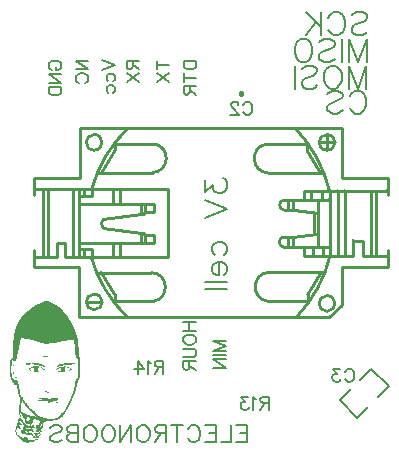
<source format=gbo>
G04 ---------------------------- Layer name :BOTTOM SILK LAYER*
G04 EasyEDA v5.6.15, Sun, 19 Aug 2018 09:15:10 GMT*
G04 20d6072df84a40519853f38576b9eb16*
G04 Gerber Generator version 0.2*
G04 Scale: 100 percent, Rotated: No, Reflected: No *
G04 Dimensions in millimeters *
G04 leading zeros omitted , absolute positions ,3 integer and 3 decimal *
%FSLAX33Y33*%
%MOMM*%
G90*
G71D02*

%ADD10C,0.254000*%
%ADD26C,0.406399*%
%ADD28C,0.203200*%
%ADD30C,0.177800*%
%ADD31C,0.199898*%

%LPD*%

%LPD*%
G36*
G01X4019Y5018D02*
G01X3953Y5018D01*
G01X3890Y5020D01*
G01X3831Y5026D01*
G01X3779Y5035D01*
G01X3732Y5048D01*
G01X3694Y5064D01*
G01X3650Y5089D01*
G01X3605Y5119D01*
G01X3559Y5153D01*
G01X3513Y5190D01*
G01X3466Y5232D01*
G01X3419Y5276D01*
G01X3373Y5322D01*
G01X3327Y5371D01*
G01X3283Y5421D01*
G01X3240Y5473D01*
G01X3198Y5525D01*
G01X3158Y5576D01*
G01X3121Y5628D01*
G01X3087Y5679D01*
G01X3056Y5729D01*
G01X3028Y5777D01*
G01X3004Y5823D01*
G01X2985Y5866D01*
G01X2969Y5906D01*
G01X2959Y5943D01*
G01X2953Y5976D01*
G01X2953Y6004D01*
G01X2959Y6027D01*
G01X2971Y6045D01*
G01X2996Y6080D01*
G01X3010Y6121D01*
G01X3014Y6165D01*
G01X3006Y6206D01*
G01X2999Y6248D01*
G01X3005Y6297D01*
G01X3022Y6346D01*
G01X3050Y6390D01*
G01X3077Y6431D01*
G01X3094Y6475D01*
G01X3098Y6515D01*
G01X3089Y6547D01*
G01X3078Y6575D01*
G01X3081Y6604D01*
G01X3093Y6630D01*
G01X3116Y6651D01*
G01X3141Y6680D01*
G01X3163Y6727D01*
G01X3177Y6786D01*
G01X3182Y6851D01*
G01X3187Y6912D01*
G01X3200Y6963D01*
G01X3219Y6997D01*
G01X3243Y7009D01*
G01X3273Y7021D01*
G01X3297Y7054D01*
G01X3315Y7104D01*
G01X3326Y7168D01*
G01X3329Y7242D01*
G01X3325Y7321D01*
G01X3313Y7403D01*
G01X3291Y7484D01*
G01X3283Y7515D01*
G01X3276Y7553D01*
G01X3272Y7595D01*
G01X3269Y7643D01*
G01X3268Y7695D01*
G01X3268Y7752D01*
G01X3272Y7814D01*
G01X3276Y7880D01*
G01X3283Y7949D01*
G01X3291Y8023D01*
G01X3301Y8100D01*
G01X3313Y8181D01*
G01X3328Y8284D01*
G01X3341Y8375D01*
G01X3351Y8456D01*
G01X3357Y8527D01*
G01X3361Y8590D01*
G01X3361Y8648D01*
G01X3358Y8700D01*
G01X3352Y8749D01*
G01X3343Y8797D01*
G01X3330Y8843D01*
G01X3314Y8892D01*
G01X3294Y8942D01*
G01X3281Y8979D01*
G01X3266Y9021D01*
G01X3252Y9068D01*
G01X3238Y9118D01*
G01X3224Y9171D01*
G01X3211Y9227D01*
G01X3197Y9284D01*
G01X3185Y9342D01*
G01X3174Y9400D01*
G01X3164Y9457D01*
G01X3155Y9512D01*
G01X3148Y9565D01*
G01X3135Y9658D01*
G01X3122Y9735D01*
G01X3107Y9797D01*
G01X3092Y9846D01*
G01X3076Y9881D01*
G01X3058Y9903D01*
G01X3038Y9912D01*
G01X3017Y9910D01*
G01X2986Y9903D01*
G01X2954Y9906D01*
G01X2922Y9918D01*
G01X2888Y9940D01*
G01X2854Y9972D01*
G01X2819Y10014D01*
G01X2784Y10065D01*
G01X2748Y10125D01*
G01X2711Y10196D01*
G01X2674Y10276D01*
G01X2636Y10365D01*
G01X2597Y10464D01*
G01X2577Y10519D01*
G01X2559Y10571D01*
G01X2544Y10623D01*
G01X2529Y10673D01*
G01X2517Y10723D01*
G01X2506Y10774D01*
G01X2497Y10826D01*
G01X2490Y10879D01*
G01X2484Y10935D01*
G01X2480Y10994D01*
G01X2477Y11056D01*
G01X2474Y11122D01*
G01X2474Y11192D01*
G01X2474Y11268D01*
G01X2475Y11351D01*
G01X2478Y11439D01*
G01X2482Y11564D01*
G01X2487Y11670D01*
G01X2492Y11761D01*
G01X2498Y11838D01*
G01X2506Y11901D01*
G01X2516Y11953D01*
G01X2527Y11994D01*
G01X2541Y12027D01*
G01X2558Y12053D01*
G01X2578Y12074D01*
G01X2600Y12090D01*
G01X2627Y12103D01*
G01X2649Y12114D01*
G01X2668Y12125D01*
G01X2684Y12139D01*
G01X2699Y12157D01*
G01X2711Y12179D01*
G01X2722Y12206D01*
G01X2732Y12239D01*
G01X2739Y12279D01*
G01X2746Y12329D01*
G01X2751Y12387D01*
G01X2756Y12455D01*
G01X2759Y12534D01*
G01X2763Y12625D01*
G01X2765Y12729D01*
G01X2767Y12847D01*
G01X2769Y12980D01*
G01X2771Y13056D01*
G01X2772Y13131D01*
G01X2775Y13204D01*
G01X2778Y13277D01*
G01X2781Y13349D01*
G01X2785Y13419D01*
G01X2789Y13489D01*
G01X2795Y13558D01*
G01X2800Y13626D01*
G01X2806Y13693D01*
G01X2812Y13759D01*
G01X2819Y13824D01*
G01X2827Y13888D01*
G01X2835Y13951D01*
G01X2844Y14013D01*
G01X2853Y14075D01*
G01X2863Y14135D01*
G01X2873Y14195D01*
G01X2884Y14254D01*
G01X2896Y14312D01*
G01X2908Y14369D01*
G01X2920Y14425D01*
G01X2933Y14481D01*
G01X2947Y14535D01*
G01X2961Y14589D01*
G01X2976Y14642D01*
G01X2991Y14694D01*
G01X3007Y14745D01*
G01X3023Y14796D01*
G01X3040Y14845D01*
G01X3058Y14894D01*
G01X3075Y14942D01*
G01X3094Y14990D01*
G01X3133Y15083D01*
G01X3153Y15127D01*
G01X3173Y15168D01*
G01X3195Y15210D01*
G01X3218Y15252D01*
G01X3244Y15295D01*
G01X3271Y15338D01*
G01X3299Y15382D01*
G01X3329Y15426D01*
G01X3361Y15470D01*
G01X3395Y15515D01*
G01X3430Y15560D01*
G01X3467Y15605D01*
G01X3505Y15650D01*
G01X3544Y15696D01*
G01X3584Y15741D01*
G01X3626Y15786D01*
G01X3668Y15831D01*
G01X3712Y15876D01*
G01X3757Y15921D01*
G01X3802Y15965D01*
G01X3849Y16010D01*
G01X3897Y16053D01*
G01X3945Y16097D01*
G01X3994Y16140D01*
G01X4044Y16182D01*
G01X4094Y16224D01*
G01X4145Y16265D01*
G01X4247Y16345D01*
G01X4300Y16384D01*
G01X4352Y16422D01*
G01X4405Y16459D01*
G01X4458Y16495D01*
G01X4511Y16530D01*
G01X4564Y16565D01*
G01X4617Y16597D01*
G01X4670Y16629D01*
G01X4723Y16660D01*
G01X4776Y16689D01*
G01X4829Y16717D01*
G01X4881Y16743D01*
G01X4958Y16780D01*
G01X5035Y16816D01*
G01X5110Y16850D01*
G01X5184Y16881D01*
G01X5255Y16911D01*
G01X5322Y16937D01*
G01X5384Y16960D01*
G01X5442Y16980D01*
G01X5493Y16996D01*
G01X5537Y17007D01*
G01X5572Y17015D01*
G01X5599Y17017D01*
G01X5638Y17014D01*
G01X5687Y17005D01*
G01X5744Y16990D01*
G01X5808Y16971D01*
G01X5877Y16947D01*
G01X5947Y16921D01*
G01X6017Y16892D01*
G01X6086Y16860D01*
G01X6134Y16837D01*
G01X6181Y16812D01*
G01X6228Y16787D01*
G01X6274Y16761D01*
G01X6320Y16735D01*
G01X6365Y16707D01*
G01X6410Y16679D01*
G01X6456Y16649D01*
G01X6500Y16619D01*
G01X6544Y16588D01*
G01X6588Y16556D01*
G01X6631Y16523D01*
G01X6674Y16490D01*
G01X6716Y16455D01*
G01X6758Y16420D01*
G01X6800Y16384D01*
G01X6841Y16346D01*
G01X6882Y16309D01*
G01X6922Y16270D01*
G01X6962Y16231D01*
G01X7002Y16190D01*
G01X7041Y16149D01*
G01X7080Y16107D01*
G01X7118Y16064D01*
G01X7156Y16020D01*
G01X7194Y15976D01*
G01X7231Y15930D01*
G01X7267Y15884D01*
G01X7304Y15837D01*
G01X7340Y15789D01*
G01X7375Y15740D01*
G01X7411Y15691D01*
G01X7445Y15640D01*
G01X7479Y15589D01*
G01X7513Y15537D01*
G01X7547Y15484D01*
G01X7580Y15431D01*
G01X7612Y15376D01*
G01X7644Y15321D01*
G01X7676Y15264D01*
G01X7707Y15207D01*
G01X7738Y15150D01*
G01X7769Y15091D01*
G01X7799Y15032D01*
G01X7828Y14972D01*
G01X7858Y14911D01*
G01X7886Y14849D01*
G01X7915Y14786D01*
G01X7943Y14723D01*
G01X7970Y14658D01*
G01X7997Y14593D01*
G01X8024Y14527D01*
G01X8050Y14461D01*
G01X8076Y14393D01*
G01X8101Y14325D01*
G01X8126Y14256D01*
G01X8144Y14204D01*
G01X8161Y14153D01*
G01X8176Y14103D01*
G01X8190Y14053D01*
G01X8204Y14002D01*
G01X8217Y13951D01*
G01X8229Y13899D01*
G01X8240Y13847D01*
G01X8250Y13793D01*
G01X8260Y13738D01*
G01X8268Y13681D01*
G01X8276Y13622D01*
G01X8283Y13562D01*
G01X8290Y13498D01*
G01X8296Y13432D01*
G01X8302Y13363D01*
G01X8307Y13291D01*
G01X8312Y13216D01*
G01X8316Y13136D01*
G01X8320Y13054D01*
G01X8325Y12952D01*
G01X8331Y12853D01*
G01X8337Y12758D01*
G01X8344Y12667D01*
G01X8352Y12583D01*
G01X8359Y12505D01*
G01X8367Y12435D01*
G01X8376Y12374D01*
G01X8384Y12323D01*
G01X8392Y12282D01*
G01X8400Y12253D01*
G01X8416Y12221D01*
G01X8423Y12192D01*
G01X8430Y12151D01*
G01X8437Y12099D01*
G01X8444Y12037D01*
G01X8450Y11966D01*
G01X8455Y11888D01*
G01X8460Y11803D01*
G01X8464Y11711D01*
G01X8468Y11615D01*
G01X8470Y11515D01*
G01X8472Y11413D01*
G01X8473Y11297D01*
G01X8474Y11193D01*
G01X8473Y11098D01*
G01X8472Y11013D01*
G01X8470Y10936D01*
G01X8466Y10867D01*
G01X8462Y10805D01*
G01X8456Y10748D01*
G01X8449Y10697D01*
G01X8439Y10650D01*
G01X8429Y10606D01*
G01X8417Y10565D01*
G01X8402Y10525D01*
G01X8387Y10487D01*
G01X8368Y10449D01*
G01X8348Y10409D01*
G01X8329Y10371D01*
G01X8309Y10326D01*
G01X8289Y10275D01*
G01X8268Y10218D01*
G01X8247Y10156D01*
G01X8226Y10091D01*
G01X8206Y10023D01*
G01X8186Y9953D01*
G01X8167Y9883D01*
G01X8150Y9812D01*
G01X8134Y9742D01*
G01X8120Y9674D01*
G01X8111Y9633D01*
G01X8102Y9591D01*
G01X8091Y9547D01*
G01X8079Y9503D01*
G01X8067Y9457D01*
G01X8053Y9410D01*
G01X8038Y9362D01*
G01X8022Y9313D01*
G01X8005Y9262D01*
G01X7987Y9211D01*
G01X7968Y9158D01*
G01X7948Y9104D01*
G01X7927Y9050D01*
G01X7905Y8994D01*
G01X7882Y8936D01*
G01X7857Y8878D01*
G01X7832Y8818D01*
G01X7805Y8758D01*
G01X7778Y8696D01*
G01X7750Y8633D01*
G01X7720Y8570D01*
G01X7690Y8505D01*
G01X7658Y8438D01*
G01X7625Y8371D01*
G01X7579Y8278D01*
G01X7534Y8188D01*
G01X7491Y8103D01*
G01X7449Y8021D01*
G01X7407Y7942D01*
G01X7367Y7867D01*
G01X7328Y7796D01*
G01X7289Y7728D01*
G01X7251Y7663D01*
G01X7214Y7602D01*
G01X7178Y7543D01*
G01X7141Y7488D01*
G01X7105Y7436D01*
G01X7070Y7387D01*
G01X7035Y7341D01*
G01X7000Y7297D01*
G01X6964Y7256D01*
G01X6929Y7218D01*
G01X6894Y7182D01*
G01X6858Y7149D01*
G01X6822Y7118D01*
G01X6786Y7089D01*
G01X6749Y7063D01*
G01X6711Y7038D01*
G01X6673Y7016D01*
G01X6634Y6996D01*
G01X6595Y6978D01*
G01X6554Y6961D01*
G01X6513Y6946D01*
G01X6469Y6934D01*
G01X6426Y6923D01*
G01X6380Y6912D01*
G01X6334Y6904D01*
G01X6286Y6897D01*
G01X6236Y6892D01*
G01X6185Y6887D01*
G01X6132Y6883D01*
G01X6077Y6881D01*
G01X6021Y6880D01*
G01X5962Y6879D01*
G01X5874Y6878D01*
G01X5792Y6874D01*
G01X5719Y6869D01*
G01X5656Y6861D01*
G01X5603Y6851D01*
G01X5565Y6840D01*
G01X5540Y6828D01*
G01X5532Y6814D01*
G01X5524Y6789D01*
G01X5504Y6769D01*
G01X5474Y6754D01*
G01X5438Y6749D01*
G01X5397Y6740D01*
G01X5361Y6713D01*
G01X5330Y6673D01*
G01X5307Y6621D01*
G01X5290Y6562D01*
G01X5284Y6498D01*
G01X5286Y6432D01*
G01X5300Y6367D01*
G01X5310Y6312D01*
G01X5303Y6266D01*
G01X5277Y6230D01*
G01X5235Y6205D01*
G01X5192Y6179D01*
G01X5167Y6143D01*
G01X5161Y6094D01*
G01X5172Y6035D01*
G01X5184Y5981D01*
G01X5182Y5940D01*
G01X5166Y5914D01*
G01X5136Y5904D01*
G01X5108Y5895D01*
G01X5091Y5868D01*
G01X5086Y5827D01*
G01X5094Y5774D01*
G01X5100Y5720D01*
G01X5092Y5668D01*
G01X5072Y5625D01*
G01X5040Y5596D01*
G01X5007Y5567D01*
G01X4982Y5523D01*
G01X4967Y5471D01*
G01X4965Y5417D01*
G01X4961Y5357D01*
G01X4937Y5313D01*
G01X4891Y5283D01*
G01X4819Y5265D01*
G01X4751Y5250D01*
G01X4683Y5224D01*
G01X4622Y5192D01*
G01X4576Y5158D01*
G01X4547Y5134D01*
G01X4509Y5113D01*
G01X4462Y5093D01*
G01X4409Y5075D01*
G01X4351Y5060D01*
G01X4289Y5046D01*
G01X4223Y5035D01*
G01X4155Y5027D01*
G01X4086Y5021D01*
G01X4019Y5018D01*
G37*

%LPC*%
G36*
G01X4608Y5530D02*
G01X4654Y5515D01*
G01X4700Y5521D01*
G01X4713Y5546D01*
G01X4692Y5599D01*
G01X4637Y5689D01*
G01X4574Y5788D01*
G01X4557Y5835D01*
G01X4590Y5843D01*
G01X4679Y5822D01*
G01X4744Y5812D01*
G01X4812Y5812D01*
G01X4879Y5823D01*
G01X4940Y5842D01*
G01X4994Y5868D01*
G01X5037Y5901D01*
G01X5065Y5939D01*
G01X5074Y5979D01*
G01X5062Y5999D01*
G01X5028Y5999D01*
G01X4977Y5980D01*
G01X4911Y5943D01*
G01X4848Y5907D01*
G01X4796Y5886D01*
G01X4761Y5882D01*
G01X4748Y5898D01*
G01X4745Y5930D01*
G01X4736Y5974D01*
G01X4721Y6023D01*
G01X4705Y6072D01*
G01X4689Y6121D01*
G01X4690Y6148D01*
G01X4708Y6152D01*
G01X4744Y6135D01*
G01X4781Y6116D01*
G01X4795Y6122D01*
G01X4786Y6155D01*
G01X4755Y6217D01*
G01X4720Y6288D01*
G01X4698Y6347D01*
G01X4687Y6396D01*
G01X4688Y6434D01*
G01X4701Y6460D01*
G01X4725Y6476D01*
G01X4762Y6480D01*
G01X4810Y6471D01*
G01X4873Y6466D01*
G01X4924Y6488D01*
G01X4966Y6544D01*
G01X5006Y6637D01*
G01X5032Y6712D01*
G01X5049Y6768D01*
G01X5056Y6809D01*
G01X5051Y6840D01*
G01X5032Y6865D01*
G01X4998Y6886D01*
G01X4946Y6910D01*
G01X4876Y6938D01*
G01X4812Y6962D01*
G01X4752Y6979D01*
G01X4698Y6990D01*
G01X4648Y6995D01*
G01X4604Y6993D01*
G01X4564Y6984D01*
G01X4529Y6969D01*
G01X4500Y6947D01*
G01X4475Y6919D01*
G01X4456Y6885D01*
G01X4442Y6845D01*
G01X4434Y6798D01*
G01X4421Y6729D01*
G01X4401Y6672D01*
G01X4377Y6633D01*
G01X4353Y6619D01*
G01X4329Y6612D01*
G01X4309Y6591D01*
G01X4296Y6560D01*
G01X4292Y6522D01*
G01X4297Y6484D01*
G01X4311Y6453D01*
G01X4331Y6432D01*
G01X4357Y6425D01*
G01X4382Y6429D01*
G01X4403Y6443D01*
G01X4417Y6463D01*
G01X4422Y6487D01*
G01X4430Y6509D01*
G01X4451Y6521D01*
G01X4482Y6523D01*
G01X4520Y6513D01*
G01X4555Y6494D01*
G01X4579Y6471D01*
G01X4589Y6446D01*
G01X4584Y6422D01*
G01X4576Y6398D01*
G01X4580Y6372D01*
G01X4593Y6348D01*
G01X4617Y6328D01*
G01X4658Y6297D01*
G01X4682Y6268D01*
G01X4689Y6243D01*
G01X4680Y6224D01*
G01X4657Y6212D01*
G01X4622Y6207D01*
G01X4576Y6213D01*
G01X4520Y6230D01*
G01X4455Y6252D01*
G01X4407Y6264D01*
G01X4377Y6265D01*
G01X4365Y6254D01*
G01X4370Y6231D01*
G01X4393Y6194D01*
G01X4433Y6145D01*
G01X4490Y6081D01*
G01X4534Y6028D01*
G01X4560Y5984D01*
G01X4568Y5949D01*
G01X4559Y5925D01*
G01X4535Y5912D01*
G01X4496Y5913D01*
G01X4442Y5927D01*
G01X4377Y5956D01*
G01X4327Y5977D01*
G01X4277Y5989D01*
G01X4230Y5992D01*
G01X4186Y5987D01*
G01X4150Y5975D01*
G01X4121Y5955D01*
G01X4102Y5928D01*
G01X4096Y5895D01*
G01X4106Y5873D01*
G01X4133Y5861D01*
G01X4173Y5860D01*
G01X4223Y5871D01*
G01X4289Y5880D01*
G01X4345Y5860D01*
G01X4398Y5805D01*
G01X4453Y5713D01*
G01X4500Y5636D01*
G01X4554Y5573D01*
G01X4608Y5530D01*
G37*
G36*
G01X3931Y5823D02*
G01X3974Y5808D01*
G01X4003Y5816D01*
G01X4021Y5845D01*
G01X4024Y5879D01*
G01X4014Y5913D01*
G01X3991Y5944D01*
G01X3960Y5971D01*
G01X3924Y5990D01*
G01X3885Y6001D01*
G01X3847Y6001D01*
G01X3812Y5988D01*
G01X3797Y5966D01*
G01X3804Y5934D01*
G01X3830Y5898D01*
G01X3873Y5860D01*
G01X3931Y5823D01*
G37*
G36*
G01X3957Y6183D02*
G01X4024Y6178D01*
G01X4098Y6178D01*
G01X4170Y6185D01*
G01X4232Y6196D01*
G01X4275Y6212D01*
G01X4292Y6233D01*
G01X4274Y6248D01*
G01X4226Y6260D01*
G01X4155Y6267D01*
G01X4069Y6268D01*
G01X3985Y6262D01*
G01X3921Y6249D01*
G01X3883Y6233D01*
G01X3878Y6213D01*
G01X3906Y6195D01*
G01X3957Y6183D01*
G37*
G36*
G01X5027Y6364D02*
G01X5060Y6361D01*
G01X5093Y6372D01*
G01X5128Y6403D01*
G01X5164Y6451D01*
G01X5197Y6510D01*
G01X5226Y6576D01*
G01X5249Y6644D01*
G01X5262Y6710D01*
G01X5265Y6770D01*
G01X5258Y6784D01*
G01X5241Y6767D01*
G01X5218Y6721D01*
G01X5190Y6652D01*
G01X5157Y6573D01*
G01X5120Y6500D01*
G01X5082Y6443D01*
G01X5049Y6409D01*
G01X5022Y6388D01*
G01X5014Y6373D01*
G01X5027Y6364D01*
G37*
G36*
G01X4125Y6411D02*
G01X4190Y6392D01*
G01X4219Y6407D01*
G01X4226Y6455D01*
G01X4212Y6515D01*
G01X4169Y6551D01*
G01X4094Y6566D01*
G01X3985Y6560D01*
G01X3944Y6567D01*
G01X3903Y6594D01*
G01X3866Y6638D01*
G01X3833Y6692D01*
G01X3808Y6753D01*
G01X3793Y6816D01*
G01X3790Y6877D01*
G01X3800Y6931D01*
G01X3813Y6969D01*
G01X3816Y6993D01*
G01X3810Y7001D01*
G01X3796Y6992D01*
G01X3770Y6982D01*
G01X3738Y6993D01*
G01X3702Y7020D01*
G01X3666Y7059D01*
G01X3632Y7107D01*
G01X3603Y7160D01*
G01X3583Y7214D01*
G01X3576Y7264D01*
G01X3567Y7303D01*
G01X3545Y7351D01*
G01X3514Y7406D01*
G01X3476Y7460D01*
G01X3436Y7512D01*
G01X3396Y7554D01*
G01X3360Y7583D01*
G01X3333Y7594D01*
G01X3329Y7584D01*
G01X3336Y7555D01*
G01X3353Y7513D01*
G01X3379Y7462D01*
G01X3404Y7401D01*
G01X3418Y7333D01*
G01X3421Y7266D01*
G01X3412Y7210D01*
G01X3403Y7157D01*
G01X3411Y7112D01*
G01X3435Y7076D01*
G01X3474Y7052D01*
G01X3512Y7030D01*
G01X3544Y6998D01*
G01X3566Y6962D01*
G01X3574Y6924D01*
G01X3578Y6890D01*
G01X3589Y6853D01*
G01X3608Y6815D01*
G01X3633Y6775D01*
G01X3665Y6734D01*
G01X3702Y6693D01*
G01X3744Y6652D01*
G01X3791Y6611D01*
G01X3842Y6571D01*
G01X3896Y6533D01*
G01X3954Y6498D01*
G01X4014Y6465D01*
G01X4125Y6411D01*
G37*
G36*
G01X4827Y5599D02*
G01X4864Y5583D01*
G01X4926Y5599D01*
G01X5009Y5644D01*
G01X5052Y5676D01*
G01X5059Y5695D01*
G01X5029Y5705D01*
G01X4961Y5708D01*
G01X4903Y5704D01*
G01X4856Y5690D01*
G01X4825Y5670D01*
G01X4813Y5644D01*
G01X4827Y5599D01*
G37*
G36*
G01X5890Y7029D02*
G01X5952Y7027D01*
G01X6012Y7027D01*
G01X6072Y7029D01*
G01X6132Y7032D01*
G01X6189Y7037D01*
G01X6246Y7045D01*
G01X6301Y7054D01*
G01X6355Y7066D01*
G01X6407Y7079D01*
G01X6457Y7095D01*
G01X6504Y7113D01*
G01X6550Y7133D01*
G01X6593Y7155D01*
G01X6633Y7180D01*
G01X6671Y7206D01*
G01X6706Y7236D01*
G01X6737Y7267D01*
G01X6761Y7297D01*
G01X6788Y7335D01*
G01X6816Y7379D01*
G01X6844Y7427D01*
G01X6871Y7479D01*
G01X6898Y7533D01*
G01X6922Y7586D01*
G01X6943Y7639D01*
G01X6987Y7748D01*
G01X7011Y7795D01*
G01X7019Y7781D01*
G01X7011Y7708D01*
G01X7003Y7639D01*
G01X7001Y7582D01*
G01X7004Y7543D01*
G01X7012Y7529D01*
G01X7017Y7534D01*
G01X7026Y7547D01*
G01X7039Y7568D01*
G01X7055Y7597D01*
G01X7075Y7633D01*
G01X7098Y7676D01*
G01X7125Y7725D01*
G01X7154Y7781D01*
G01X7185Y7841D01*
G01X7219Y7907D01*
G01X7254Y7977D01*
G01X7292Y8052D01*
G01X7331Y8131D01*
G01X7372Y8212D01*
G01X7414Y8297D01*
G01X7456Y8384D01*
G01X7498Y8469D01*
G01X7537Y8551D01*
G01X7575Y8631D01*
G01X7611Y8709D01*
G01X7645Y8785D01*
G01X7678Y8858D01*
G01X7709Y8929D01*
G01X7738Y8999D01*
G01X7766Y9066D01*
G01X7792Y9131D01*
G01X7817Y9194D01*
G01X7839Y9256D01*
G01X7861Y9315D01*
G01X7881Y9373D01*
G01X7899Y9430D01*
G01X7917Y9484D01*
G01X7932Y9537D01*
G01X7946Y9589D01*
G01X7959Y9638D01*
G01X7970Y9687D01*
G01X7980Y9734D01*
G01X7988Y9780D01*
G01X7995Y9825D01*
G01X8001Y9868D01*
G01X8006Y9911D01*
G01X8009Y9952D01*
G01X8011Y9992D01*
G01X8011Y10031D01*
G01X8014Y10068D01*
G01X8024Y10111D01*
G01X8038Y10159D01*
G01X8058Y10210D01*
G01X8081Y10264D01*
G01X8108Y10318D01*
G01X8138Y10371D01*
G01X8170Y10421D01*
G01X8196Y10460D01*
G01X8219Y10496D01*
G01X8239Y10532D01*
G01X8257Y10566D01*
G01X8271Y10602D01*
G01X8283Y10640D01*
G01X8293Y10681D01*
G01X8301Y10726D01*
G01X8307Y10777D01*
G01X8310Y10834D01*
G01X8312Y10899D01*
G01X8313Y10973D01*
G01X8312Y11058D01*
G01X8310Y11153D01*
G01X8307Y11261D01*
G01X8303Y11382D01*
G01X8299Y11516D01*
G01X8293Y11634D01*
G01X8287Y11736D01*
G01X8280Y11825D01*
G01X8273Y11900D01*
G01X8265Y11963D01*
G01X8255Y12015D01*
G01X8244Y12056D01*
G01X8232Y12087D01*
G01X8218Y12109D01*
G01X8202Y12123D01*
G01X8185Y12131D01*
G01X8161Y12142D01*
G01X8140Y12168D01*
G01X8120Y12207D01*
G01X8103Y12262D01*
G01X8087Y12333D01*
G01X8073Y12421D01*
G01X8060Y12526D01*
G01X8048Y12651D01*
G01X8036Y12800D01*
G01X8024Y12933D01*
G01X8013Y13054D01*
G01X8003Y13160D01*
G01X7993Y13255D01*
G01X7983Y13338D01*
G01X7973Y13410D01*
G01X7962Y13472D01*
G01X7952Y13524D01*
G01X7940Y13568D01*
G01X7927Y13604D01*
G01X7913Y13633D01*
G01X7898Y13656D01*
G01X7881Y13673D01*
G01X7861Y13686D01*
G01X7839Y13694D01*
G01X7816Y13699D01*
G01X7789Y13702D01*
G01X7759Y13703D01*
G01X7727Y13703D01*
G01X7701Y13702D01*
G01X7668Y13700D01*
G01X7628Y13696D01*
G01X7580Y13690D01*
G01X7527Y13683D01*
G01X7467Y13675D01*
G01X7403Y13666D01*
G01X7333Y13655D01*
G01X7260Y13643D01*
G01X7183Y13631D01*
G01X7103Y13617D01*
G01X7021Y13604D01*
G01X6936Y13589D01*
G01X6850Y13573D01*
G01X6764Y13557D01*
G01X6676Y13541D01*
G01X6567Y13520D01*
G01X6465Y13501D01*
G01X6369Y13483D01*
G01X6278Y13467D01*
G01X6194Y13452D01*
G01X6115Y13439D01*
G01X6040Y13427D01*
G01X5970Y13417D01*
G01X5904Y13409D01*
G01X5842Y13402D01*
G01X5783Y13396D01*
G01X5727Y13393D01*
G01X5673Y13390D01*
G01X5622Y13390D01*
G01X5572Y13391D01*
G01X5523Y13393D01*
G01X5476Y13397D01*
G01X5429Y13403D01*
G01X5383Y13410D01*
G01X5336Y13418D01*
G01X5288Y13428D01*
G01X5240Y13440D01*
G01X5191Y13454D01*
G01X5139Y13469D01*
G01X5086Y13485D01*
G01X5030Y13503D01*
G01X4971Y13522D01*
G01X4909Y13544D01*
G01X4832Y13570D01*
G01X4756Y13595D01*
G01X4682Y13618D01*
G01X4610Y13641D01*
G01X4539Y13662D01*
G01X4470Y13682D01*
G01X4403Y13700D01*
G01X4337Y13718D01*
G01X4273Y13733D01*
G01X4210Y13748D01*
G01X4149Y13762D01*
G01X4090Y13773D01*
G01X4031Y13785D01*
G01X3975Y13794D01*
G01X3920Y13802D01*
G01X3866Y13810D01*
G01X3814Y13816D01*
G01X3763Y13821D01*
G01X3713Y13824D01*
G01X3665Y13826D01*
G01X3463Y13833D01*
G01X3294Y13135D01*
G01X3277Y13062D01*
G01X3259Y12990D01*
G01X3242Y12916D01*
G01X3225Y12844D01*
G01X3209Y12773D01*
G01X3193Y12703D01*
G01X3177Y12635D01*
G01X3162Y12569D01*
G01X3148Y12507D01*
G01X3135Y12448D01*
G01X3123Y12393D01*
G01X3112Y12342D01*
G01X3102Y12296D01*
G01X3094Y12255D01*
G01X3087Y12220D01*
G01X3081Y12192D01*
G01X3061Y12099D01*
G01X3038Y12022D01*
G01X3011Y11964D01*
G01X2981Y11924D01*
G01X2949Y11901D01*
G01X2914Y11896D01*
G01X2877Y11910D01*
G01X2837Y11941D01*
G01X2806Y11971D01*
G01X2779Y11990D01*
G01X2755Y12000D01*
G01X2736Y11999D01*
G01X2718Y11986D01*
G01X2703Y11959D01*
G01X2690Y11918D01*
G01X2679Y11862D01*
G01X2669Y11789D01*
G01X2659Y11699D01*
G01X2650Y11590D01*
G01X2640Y11461D01*
G01X2635Y11369D01*
G01X2632Y11278D01*
G01X2632Y11188D01*
G01X2634Y11101D01*
G01X2639Y11017D01*
G01X2646Y10936D01*
G01X2654Y10858D01*
G01X2665Y10784D01*
G01X2678Y10715D01*
G01X2692Y10650D01*
G01X2709Y10591D01*
G01X2726Y10537D01*
G01X2746Y10489D01*
G01X2766Y10448D01*
G01X2788Y10413D01*
G01X2811Y10386D01*
G01X2835Y10366D01*
G01X2860Y10354D01*
G01X2886Y10351D01*
G01X2913Y10357D01*
G01X2947Y10366D01*
G01X2980Y10367D01*
G01X3011Y10361D01*
G01X3042Y10346D01*
G01X3072Y10325D01*
G01X3100Y10296D01*
G01X3128Y10259D01*
G01X3154Y10215D01*
G01X3178Y10165D01*
G01X3201Y10106D01*
G01X3223Y10041D01*
G01X3243Y9969D01*
G01X3262Y9890D01*
G01X3279Y9804D01*
G01X3294Y9712D01*
G01X3308Y9613D01*
G01X3321Y9514D01*
G01X3335Y9421D01*
G01X3350Y9335D01*
G01X3364Y9255D01*
G01X3380Y9183D01*
G01X3396Y9118D01*
G01X3412Y9060D01*
G01X3429Y9008D01*
G01X3446Y8964D01*
G01X3464Y8928D01*
G01X3482Y8898D01*
G01X3500Y8876D01*
G01X3519Y8862D01*
G01X3538Y8854D01*
G01X3557Y8855D01*
G01X3576Y8863D01*
G01X3597Y8871D01*
G01X3610Y8865D01*
G01X3613Y8846D01*
G01X3605Y8816D01*
G01X3605Y8800D01*
G01X3613Y8774D01*
G01X3630Y8740D01*
G01X3654Y8698D01*
G01X3684Y8650D01*
G01X3721Y8595D01*
G01X3763Y8535D01*
G01X3811Y8470D01*
G01X3863Y8402D01*
G01X3920Y8330D01*
G01X3981Y8257D01*
G01X4044Y8181D01*
G01X4147Y8061D01*
G01X4235Y7960D01*
G01X4307Y7878D01*
G01X4367Y7814D01*
G01X4416Y7766D01*
G01X4455Y7733D01*
G01X4485Y7714D01*
G01X4508Y7708D01*
G01X4526Y7714D01*
G01X4541Y7731D01*
G01X4553Y7757D01*
G01X4565Y7791D01*
G01X4593Y7879D01*
G01X4606Y7907D01*
G01X4605Y7873D01*
G01X4593Y7776D01*
G01X4591Y7737D01*
G01X4593Y7699D01*
G01X4599Y7662D01*
G01X4611Y7626D01*
G01X4625Y7590D01*
G01X4644Y7554D01*
G01X4666Y7519D01*
G01X4692Y7486D01*
G01X4722Y7453D01*
G01X4754Y7421D01*
G01X4790Y7390D01*
G01X4829Y7360D01*
G01X4870Y7331D01*
G01X4914Y7304D01*
G01X4960Y7277D01*
G01X5009Y7251D01*
G01X5059Y7226D01*
G01X5112Y7203D01*
G01X5166Y7181D01*
G01X5222Y7160D01*
G01X5279Y7141D01*
G01X5337Y7123D01*
G01X5396Y7106D01*
G01X5457Y7091D01*
G01X5518Y7077D01*
G01X5579Y7065D01*
G01X5641Y7055D01*
G01X5704Y7046D01*
G01X5766Y7039D01*
G01X5828Y7033D01*
G01X5890Y7029D01*
G37*
G36*
G01X4455Y7251D02*
G01X4781Y7155D01*
G01X4307Y7647D01*
G01X4259Y7699D01*
G01X4209Y7751D01*
G01X4112Y7855D01*
G01X4065Y7908D01*
G01X4018Y7959D01*
G01X3973Y8009D01*
G01X3930Y8057D01*
G01X3889Y8105D01*
G01X3851Y8149D01*
G01X3815Y8192D01*
G01X3782Y8231D01*
G01X3753Y8267D01*
G01X3727Y8299D01*
G01X3705Y8328D01*
G01X3688Y8352D01*
G01X3641Y8420D01*
G01X3604Y8469D01*
G01X3576Y8501D01*
G01X3554Y8516D01*
G01X3537Y8515D01*
G01X3522Y8498D01*
G01X3507Y8467D01*
G01X3489Y8422D01*
G01X3478Y8387D01*
G01X3468Y8341D01*
G01X3457Y8287D01*
G01X3448Y8226D01*
G01X3440Y8161D01*
G01X3433Y8092D01*
G01X3427Y8023D01*
G01X3423Y7955D01*
G01X3411Y7631D01*
G01X3769Y7488D01*
G01X3821Y7469D01*
G01X3876Y7448D01*
G01X3934Y7426D01*
G01X3995Y7404D01*
G01X4056Y7382D01*
G01X4119Y7360D01*
G01X4180Y7339D01*
G01X4241Y7318D01*
G01X4300Y7299D01*
G01X4355Y7281D01*
G01X4407Y7265D01*
G01X4455Y7251D01*
G37*
G36*
G01X4326Y5210D02*
G01X4388Y5207D01*
G01X4446Y5209D01*
G01X4498Y5215D01*
G01X4541Y5228D01*
G01X4570Y5247D01*
G01X4611Y5275D01*
G01X4666Y5298D01*
G01X4730Y5314D01*
G01X4794Y5320D01*
G01X4852Y5325D01*
G01X4900Y5339D01*
G01X4932Y5358D01*
G01X4944Y5383D01*
G01X4923Y5406D01*
G01X4865Y5421D01*
G01X4778Y5426D01*
G01X4671Y5421D01*
G01X4572Y5415D01*
G01X4502Y5417D01*
G01X4469Y5427D01*
G01X4479Y5444D01*
G01X4504Y5466D01*
G01X4517Y5489D01*
G01X4515Y5514D01*
G01X4501Y5539D01*
G01X4477Y5564D01*
G01X4441Y5588D01*
G01X4397Y5611D01*
G01X4345Y5632D01*
G01X4285Y5649D01*
G01X4220Y5664D01*
G01X4149Y5675D01*
G01X4075Y5681D01*
G01X3979Y5688D01*
G01X3890Y5699D01*
G01X3808Y5712D01*
G01X3734Y5730D01*
G01X3668Y5751D01*
G01X3609Y5774D01*
G01X3560Y5800D01*
G01X3518Y5830D01*
G01X3486Y5862D01*
G01X3462Y5897D01*
G01X3448Y5935D01*
G01X3443Y5975D01*
G01X3449Y6035D01*
G01X3467Y6072D01*
G01X3497Y6085D01*
G01X3542Y6076D01*
G01X3588Y6065D01*
G01X3612Y6079D01*
G01X3615Y6122D01*
G01X3600Y6200D01*
G01X3584Y6278D01*
G01X3588Y6321D01*
G01X3614Y6334D01*
G01X3664Y6321D01*
G01X3705Y6307D01*
G01X3738Y6301D01*
G01X3761Y6302D01*
G01X3769Y6310D01*
G01X3760Y6357D01*
G01X3733Y6421D01*
G01X3694Y6496D01*
G01X3647Y6576D01*
G01X3595Y6654D01*
G01X3543Y6724D01*
G01X3495Y6778D01*
G01X3455Y6812D01*
G01X3391Y6845D01*
G01X3341Y6866D01*
G01X3303Y6875D01*
G01X3280Y6871D01*
G01X3274Y6857D01*
G01X3283Y6833D01*
G01X3312Y6799D01*
G01X3359Y6755D01*
G01X3412Y6706D01*
G01X3448Y6659D01*
G01X3467Y6620D01*
G01X3462Y6595D01*
G01X3452Y6579D01*
G01X3457Y6566D01*
G01X3474Y6558D01*
G01X3501Y6554D01*
G01X3529Y6549D01*
G01X3546Y6535D01*
G01X3550Y6515D01*
G01X3541Y6489D01*
G01X3515Y6465D01*
G01X3480Y6457D01*
G01X3434Y6465D01*
G01X3378Y6489D01*
G01X3319Y6518D01*
G01X3270Y6538D01*
G01X3231Y6549D01*
G01X3205Y6550D01*
G01X3193Y6543D01*
G01X3195Y6527D01*
G01X3214Y6503D01*
G01X3251Y6471D01*
G01X3299Y6427D01*
G01X3342Y6375D01*
G01X3376Y6322D01*
G01X3400Y6271D01*
G01X3412Y6227D01*
G01X3411Y6195D01*
G01X3395Y6178D01*
G01X3362Y6183D01*
G01X3323Y6200D01*
G01X3276Y6218D01*
G01X3227Y6238D01*
G01X3182Y6256D01*
G01X3152Y6263D01*
G01X3126Y6257D01*
G01X3104Y6241D01*
G01X3088Y6215D01*
G01X3074Y6181D01*
G01X3066Y6140D01*
G01X3061Y6094D01*
G01X3061Y6044D01*
G01X3064Y5992D01*
G01X3072Y5938D01*
G01X3084Y5883D01*
G01X3099Y5830D01*
G01X3119Y5780D01*
G01X3142Y5734D01*
G01X3169Y5693D01*
G01X3200Y5658D01*
G01X3249Y5616D01*
G01X3302Y5577D01*
G01X3356Y5541D01*
G01X3411Y5509D01*
G01X3465Y5481D01*
G01X3518Y5459D01*
G01X3567Y5442D01*
G01X3611Y5431D01*
G01X3650Y5426D01*
G01X3681Y5428D01*
G01X3704Y5439D01*
G01X3718Y5457D01*
G01X3738Y5481D01*
G01X3780Y5489D01*
G01X3840Y5480D01*
G01X3922Y5454D01*
G01X3989Y5422D01*
G01X4039Y5387D01*
G01X4066Y5352D01*
G01X4065Y5323D01*
G01X4061Y5300D01*
G01X4077Y5279D01*
G01X4108Y5260D01*
G01X4151Y5243D01*
G01X4204Y5228D01*
G01X4263Y5217D01*
G01X4326Y5210D01*
G37*
G36*
G01X4001Y6855D02*
G01X4046Y6851D01*
G01X4090Y6871D01*
G01X4128Y6909D01*
G01X4157Y6960D01*
G01X4176Y7015D01*
G01X4180Y7070D01*
G01X4168Y7119D01*
G01X4137Y7155D01*
G01X4065Y7193D01*
G01X4013Y7197D01*
G01X3973Y7168D01*
G01X3940Y7101D01*
G01X3908Y7003D01*
G01X3906Y6935D01*
G01X3936Y6889D01*
G01X4001Y6855D01*
G37*

%LPD*%
G36*
G01X6607Y8340D02*
G01X6584Y8339D01*
G01X6546Y8349D01*
G01X6479Y8382D01*
G01X6449Y8410D01*
G01X6457Y8431D01*
G01X6506Y8439D01*
G01X6533Y8434D01*
G01X6561Y8420D01*
G01X6587Y8400D01*
G01X6608Y8375D01*
G01X6616Y8352D01*
G01X6607Y8340D01*
G37*

%LPC*%

%LPD*%
G36*
G01X5833Y8385D02*
G01X5798Y8382D01*
G01X5767Y8388D01*
G01X5745Y8400D01*
G01X5739Y8415D01*
G01X5754Y8426D01*
G01X5785Y8433D01*
G01X5830Y8434D01*
G01X5876Y8430D01*
G01X5898Y8421D01*
G01X5896Y8409D01*
G01X5870Y8395D01*
G01X5833Y8385D01*
G37*

%LPC*%

%LPD*%
G36*
G01X6001Y8488D02*
G01X5922Y8488D01*
G01X5837Y8489D01*
G01X5744Y8490D01*
G01X5646Y8493D01*
G01X5546Y8497D01*
G01X5450Y8501D01*
G01X5357Y8506D01*
G01X5269Y8511D01*
G01X5188Y8517D01*
G01X5114Y8523D01*
G01X5046Y8529D01*
G01X4989Y8535D01*
G01X4940Y8542D01*
G01X4903Y8548D01*
G01X4877Y8555D01*
G01X4864Y8561D01*
G01X4868Y8576D01*
G01X4912Y8586D01*
G01X4989Y8589D01*
G01X5093Y8585D01*
G01X5368Y8565D01*
G01X5140Y8696D01*
G01X4911Y8828D01*
G01X5179Y8789D01*
G01X5244Y8780D01*
G01X5311Y8773D01*
G01X5380Y8766D01*
G01X5450Y8759D01*
G01X5521Y8754D01*
G01X5593Y8750D01*
G01X5664Y8747D01*
G01X5735Y8745D01*
G01X5805Y8743D01*
G01X5874Y8743D01*
G01X5941Y8743D01*
G01X6006Y8745D01*
G01X6068Y8747D01*
G01X6128Y8750D01*
G01X6183Y8754D01*
G01X6235Y8759D01*
G01X6283Y8765D01*
G01X6326Y8772D01*
G01X6364Y8779D01*
G01X6396Y8788D01*
G01X6490Y8812D01*
G01X6545Y8810D01*
G01X6569Y8776D01*
G01X6576Y8706D01*
G01X6566Y8638D01*
G01X6533Y8595D01*
G01X6468Y8573D01*
G01X6363Y8564D01*
G01X6274Y8560D01*
G01X6229Y8550D01*
G01X6227Y8535D01*
G01X6266Y8515D01*
G01X6275Y8509D01*
G01X6270Y8503D01*
G01X6252Y8499D01*
G01X6223Y8495D01*
G01X6182Y8492D01*
G01X6132Y8490D01*
G01X6071Y8488D01*
G01X6001Y8488D01*
G37*

%LPC*%

%LPD*%
G36*
G01X5842Y9225D02*
G01X5792Y9225D01*
G01X5744Y9230D01*
G01X5685Y9244D01*
G01X5623Y9262D01*
G01X5564Y9284D01*
G01X5434Y9340D01*
G01X5564Y9344D01*
G01X5623Y9340D01*
G01X5685Y9327D01*
G01X5744Y9308D01*
G01X5792Y9284D01*
G01X5842Y9251D01*
G01X5858Y9232D01*
G01X5842Y9225D01*
G37*

%LPC*%

%LPD*%
G36*
G01X3082Y10463D02*
G01X3060Y10454D01*
G01X3030Y10463D01*
G01X2993Y10487D01*
G01X2952Y10523D01*
G01X2913Y10567D01*
G01X2868Y10626D01*
G01X2855Y10649D01*
G01X2876Y10639D01*
G01X2931Y10597D01*
G01X2987Y10559D01*
G01X3025Y10546D01*
G01X3051Y10559D01*
G01X3073Y10597D01*
G01X3088Y10625D01*
G01X3099Y10629D01*
G01X3107Y10610D01*
G01X3112Y10567D01*
G01X3109Y10523D01*
G01X3098Y10487D01*
G01X3082Y10463D01*
G37*

%LPC*%

%LPD*%
G36*
G01X2836Y10818D02*
G01X2826Y10809D01*
G01X2813Y10828D01*
G01X2802Y10866D01*
G01X2799Y10909D01*
G01X2802Y10952D01*
G01X2813Y10990D01*
G01X2826Y11009D01*
G01X2836Y11000D01*
G01X2843Y10966D01*
G01X2845Y10909D01*
G01X2843Y10852D01*
G01X2836Y10818D01*
G37*

%LPC*%

%LPD*%
G36*
G01X7035Y10975D02*
G01X6946Y10975D01*
G01X6889Y10976D01*
G01X6832Y10980D01*
G01X6777Y10987D01*
G01X6725Y10995D01*
G01X6677Y11005D01*
G01X6635Y11016D01*
G01X6601Y11029D01*
G01X6576Y11042D01*
G01X6537Y11071D01*
G01X6534Y11086D01*
G01X6568Y11085D01*
G01X6641Y11070D01*
G01X6726Y11057D01*
G01X6775Y11068D01*
G01X6798Y11114D01*
G01X6804Y11198D01*
G01X6802Y11262D01*
G01X6798Y11315D01*
G01X6791Y11351D01*
G01X6783Y11363D01*
G01X6753Y11357D01*
G01X6710Y11338D01*
G01X6657Y11310D01*
G01X6600Y11277D01*
G01X6545Y11240D01*
G01X6494Y11203D01*
G01X6455Y11170D01*
G01X6430Y11143D01*
G01X6408Y11115D01*
G01X6393Y11107D01*
G01X6384Y11119D01*
G01X6380Y11151D01*
G01X6385Y11179D01*
G01X6396Y11207D01*
G01X6416Y11234D01*
G01X6441Y11260D01*
G01X6473Y11285D01*
G01X6512Y11309D01*
G01X6555Y11331D01*
G01X6602Y11352D01*
G01X6654Y11372D01*
G01X6709Y11390D01*
G01X6768Y11406D01*
G01X6828Y11420D01*
G01X6891Y11433D01*
G01X6954Y11443D01*
G01X7019Y11451D01*
G01X7083Y11456D01*
G01X7147Y11459D01*
G01X7211Y11459D01*
G01X7272Y11457D01*
G01X7331Y11452D01*
G01X7388Y11444D01*
G01X7442Y11433D01*
G01X7493Y11418D01*
G01X7538Y11401D01*
G01X7616Y11362D01*
G01X7675Y11325D01*
G01X7717Y11289D01*
G01X7740Y11256D01*
G01X7744Y11224D01*
G01X7730Y11195D01*
G01X7698Y11168D01*
G01X7647Y11143D01*
G01X7552Y11113D01*
G01X7501Y11107D01*
G01X7500Y11125D01*
G01X7552Y11166D01*
G01X7590Y11193D01*
G01X7610Y11218D01*
G01X7615Y11241D01*
G01X7603Y11263D01*
G01X7574Y11286D01*
G01X7527Y11309D01*
G01X7460Y11333D01*
G01X7375Y11359D01*
G01X7310Y11377D01*
G01X7262Y11387D01*
G01X7228Y11389D01*
G01X7205Y11379D01*
G01X7193Y11357D01*
G01X7189Y11320D01*
G01X7191Y11266D01*
G01X7198Y11195D01*
G01X7204Y11122D01*
G01X7205Y11068D01*
G01X7198Y11029D01*
G01X7181Y11002D01*
G01X7150Y10986D01*
G01X7102Y10978D01*
G01X7035Y10975D01*
G37*

%LPC*%

%LPD*%
G36*
G01X4808Y10978D02*
G01X4711Y10977D01*
G01X4638Y10979D01*
G01X4585Y10987D01*
G01X4550Y11000D01*
G01X4529Y11024D01*
G01X4519Y11058D01*
G01X4517Y11106D01*
G01X4520Y11169D01*
G01X4519Y11245D01*
G01X4507Y11306D01*
G01X4487Y11348D01*
G01X4460Y11363D01*
G01X4412Y11357D01*
G01X4367Y11343D01*
G01X4327Y11322D01*
G01X4292Y11296D01*
G01X4266Y11267D01*
G01X4249Y11236D01*
G01X4245Y11205D01*
G01X4255Y11176D01*
G01X4280Y11120D01*
G01X4268Y11106D01*
G01X4226Y11133D01*
G01X4164Y11197D01*
G01X4134Y11248D01*
G01X4140Y11292D01*
G01X4188Y11338D01*
G01X4283Y11392D01*
G01X4325Y11410D01*
G01X4374Y11427D01*
G01X4430Y11442D01*
G01X4491Y11455D01*
G01X4556Y11467D01*
G01X4622Y11477D01*
G01X4687Y11485D01*
G01X4751Y11490D01*
G01X4811Y11494D01*
G01X4865Y11495D01*
G01X4912Y11494D01*
G01X4950Y11489D01*
G01X4977Y11483D01*
G01X4992Y11473D01*
G01X4992Y11460D01*
G01X4977Y11444D01*
G01X4945Y11407D01*
G01X4924Y11355D01*
G01X4914Y11293D01*
G01X4914Y11227D01*
G01X4924Y11161D01*
G01X4944Y11103D01*
G01X4972Y11056D01*
G01X5009Y11027D01*
G01X5024Y11009D01*
G01X4991Y10995D01*
G01X4916Y10983D01*
G01X4808Y10978D01*
G37*

%LPC*%

%LPD*%
G36*
G01X5368Y11119D02*
G01X5349Y11116D01*
G01X5347Y11128D01*
G01X5360Y11156D01*
G01X5364Y11192D01*
G01X5340Y11235D01*
G01X5292Y11281D01*
G01X5223Y11325D01*
G01X5159Y11364D01*
G01X5117Y11395D01*
G01X5102Y11417D01*
G01X5116Y11426D01*
G01X5157Y11418D01*
G01X5213Y11393D01*
G01X5276Y11355D01*
G01X5339Y11309D01*
G01X5406Y11249D01*
G01X5438Y11203D01*
G01X5436Y11168D01*
G01X5402Y11136D01*
G01X5368Y11119D01*
G37*

%LPC*%

%LPD*%
G36*
G01X2913Y11424D02*
G01X2916Y11376D01*
G01X2894Y11383D01*
G01X2848Y11450D01*
G01X2823Y11498D01*
G01X2808Y11543D01*
G01X2803Y11578D01*
G01X2809Y11599D01*
G01X2824Y11602D01*
G01X2843Y11590D01*
G01X2862Y11562D01*
G01X2880Y11523D01*
G01X2913Y11424D01*
G37*

%LPC*%

%LPD*%
G36*
G01X6648Y11456D02*
G01X6576Y11438D01*
G01X6533Y11439D01*
G01X6517Y11459D01*
G01X6523Y11500D01*
G01X6555Y11541D01*
G01X6620Y11586D01*
G01X6708Y11630D01*
G01X6809Y11667D01*
G01X6861Y11680D01*
G01X6922Y11693D01*
G01X6990Y11704D01*
G01X7063Y11714D01*
G01X7141Y11723D01*
G01X7223Y11731D01*
G01X7307Y11737D01*
G01X7392Y11741D01*
G01X7478Y11745D01*
G01X7562Y11748D01*
G01X7644Y11748D01*
G01X7722Y11748D01*
G01X7795Y11745D01*
G01X7863Y11741D01*
G01X7923Y11737D01*
G01X7975Y11730D01*
G01X8018Y11722D01*
G01X8049Y11712D01*
G01X8070Y11701D01*
G01X8076Y11689D01*
G01X8068Y11675D01*
G01X8045Y11663D01*
G01X8007Y11652D01*
G01X7958Y11642D01*
G01X7897Y11634D01*
G01X7828Y11628D01*
G01X7752Y11624D01*
G01X7669Y11622D01*
G01X7600Y11622D01*
G01X7535Y11620D01*
G01X7473Y11617D01*
G01X7413Y11614D01*
G01X7354Y11609D01*
G01X7296Y11603D01*
G01X7239Y11596D01*
G01X7181Y11587D01*
G01X7123Y11577D01*
G01X7063Y11565D01*
G01X7002Y11551D01*
G01X6938Y11536D01*
G01X6871Y11519D01*
G01X6801Y11500D01*
G01X6727Y11479D01*
G01X6648Y11456D01*
G37*

%LPC*%

%LPD*%
G36*
G01X5452Y11443D02*
G01X5425Y11439D01*
G01X5384Y11444D01*
G01X5328Y11459D01*
G01X5288Y11471D01*
G01X5235Y11484D01*
G01X5171Y11499D01*
G01X5098Y11515D01*
G01X5019Y11532D01*
G01X4935Y11548D01*
G01X4850Y11565D01*
G01X4765Y11580D01*
G01X4683Y11595D01*
G01X4606Y11611D01*
G01X4537Y11628D01*
G01X4477Y11645D01*
G01X4427Y11661D01*
G01X4389Y11676D01*
G01X4365Y11690D01*
G01X4357Y11702D01*
G01X4363Y11716D01*
G01X4383Y11727D01*
G01X4413Y11736D01*
G01X4453Y11742D01*
G01X4502Y11746D01*
G01X4557Y11749D01*
G01X4619Y11749D01*
G01X4684Y11746D01*
G01X4753Y11742D01*
G01X4823Y11736D01*
G01X4894Y11728D01*
G01X4963Y11719D01*
G01X5029Y11707D01*
G01X5092Y11694D01*
G01X5150Y11679D01*
G01X5201Y11663D01*
G01X5263Y11638D01*
G01X5319Y11609D01*
G01X5367Y11580D01*
G01X5407Y11550D01*
G01X5437Y11521D01*
G01X5458Y11495D01*
G01X5468Y11472D01*
G01X5466Y11455D01*
G01X5452Y11443D01*
G37*

%LPC*%

%LPD*%
G36*
G01X4017Y11575D02*
G01X3947Y11566D01*
G01X3890Y11568D01*
G01X3856Y11581D01*
G01X3846Y11600D01*
G01X3845Y11625D01*
G01X3851Y11655D01*
G01X3864Y11685D01*
G01X3898Y11712D01*
G01X3953Y11733D01*
G01X4023Y11746D01*
G01X4098Y11752D01*
G01X4170Y11750D01*
G01X4232Y11739D01*
G01X4275Y11721D01*
G01X4292Y11694D01*
G01X4275Y11667D01*
G01X4231Y11640D01*
G01X4168Y11614D01*
G01X4094Y11592D01*
G01X4017Y11575D01*
G37*

%LPC*%

%LPD*%
G36*
G01X5610Y12284D02*
G01X5532Y12281D01*
G01X5453Y12284D01*
G01X5384Y12293D01*
G01X5351Y12304D01*
G01X5367Y12312D01*
G01X5429Y12319D01*
G01X5532Y12321D01*
G01X5634Y12319D01*
G01X5696Y12312D01*
G01X5712Y12304D01*
G01X5678Y12293D01*
G01X5610Y12284D01*
G37*

%LPC*%

%LPD*%
G54D10*
G01X27675Y30302D02*
G01X27675Y29718D01*
G01X11419Y30327D02*
G01X11419Y29743D01*
G01X27726Y17526D02*
G01X27726Y16941D01*
G01X11369Y17551D02*
G01X11369Y16967D01*
G01X11216Y16967D01*
G01X14671Y16967D01*
G01X31562Y22098D02*
G01X31562Y20828D01*
G01X29580Y20828D01*
G01X29580Y26314D01*
G01X27371Y26314D01*
G01X27371Y25552D01*
G01X27371Y21513D02*
G01X27371Y20828D01*
G01X28133Y20828D01*
G01X28133Y21564D01*
G01X29580Y21564D01*
G01X28260Y24477D02*
G01X28260Y22682D01*
G01X26050Y25552D02*
G01X26050Y24688D01*
G01X26578Y24688D01*
G01X28559Y24434D01*
G01X26482Y25552D02*
G01X26482Y24688D01*
G01X26050Y24688D02*
G01X25694Y24688D01*
G01X28615Y25552D02*
G01X25694Y25552D01*
G01X28534Y22682D02*
G01X26410Y22410D01*
G01X26456Y21564D02*
G01X26456Y22428D01*
G01X26024Y22428D01*
G01X26024Y21564D01*
G01X26024Y22428D02*
G01X25669Y22428D01*
G01X28590Y25476D02*
G01X28590Y21564D01*
G01X25669Y21564D01*
G01X29479Y25552D02*
G01X28031Y25552D01*
G01X28031Y26289D01*
G01X28945Y26263D02*
G01X28945Y25552D01*
G01X29047Y21539D02*
G01X29047Y20828D01*
G01X29580Y20828D02*
G01X28133Y20828D01*
G01X33492Y26162D02*
G01X33492Y20802D01*
G01X33086Y26339D02*
G01X33086Y20828D01*
G01X30876Y26289D02*
G01X30876Y20878D01*
G01X30266Y26314D02*
G01X30266Y20828D01*
G01X34455Y26342D02*
G01X29580Y26342D01*
G01X34508Y20802D02*
G01X32374Y20802D01*
G01X32374Y22072D01*
G01X31587Y22072D01*
G01X8752Y26517D02*
G01X8752Y25933D01*
G01X9464Y26421D02*
G01X9464Y25882D01*
G01X8321Y25882D01*
G01X11216Y26441D02*
G01X11216Y25298D01*
G01X11800Y26441D02*
G01X11800Y25298D01*
G01X11826Y21869D02*
G01X11826Y20726D01*
G01X11242Y21869D02*
G01X11242Y20726D01*
G01X30596Y19812D02*
G01X30596Y16662D01*
G01X29555Y15621D01*
G01X8397Y15621D01*
G01X8371Y15646D01*
G01X8371Y19837D01*
G01X4536Y19837D01*
G01X4536Y21285D01*
G01X34508Y21285D02*
G01X34508Y19837D01*
G01X30596Y19837D01*
G01X8422Y27406D02*
G01X4511Y27406D01*
G01X4511Y25958D01*
G01X34483Y25984D02*
G01X34483Y27406D01*
G01X30647Y27406D01*
G01X30647Y31597D01*
G01X30622Y31623D01*
G01X8422Y31623D01*
G01X8422Y27432D01*
G01X30012Y30429D02*
G01X28768Y30429D01*
G01X29352Y31064D02*
G01X29352Y29794D01*
G01X10302Y16916D02*
G01X9006Y16916D01*
G01X14493Y19405D02*
G01X9845Y19405D01*
G01X14594Y27863D02*
G01X9895Y27863D01*
G01X14772Y30302D02*
G01X11318Y30302D01*
G01X29149Y19431D02*
G01X24450Y19431D01*
G01X27726Y16992D02*
G01X24272Y16992D01*
G01X29072Y27838D02*
G01X24373Y27838D01*
G01X27650Y30276D02*
G01X24196Y30276D01*
G01X8321Y26466D02*
G01X8321Y20726D01*
G01X4511Y26543D02*
G01X4536Y26517D01*
G01X6543Y26517D01*
G01X7178Y26517D01*
G01X7559Y26517D01*
G01X15864Y26517D01*
G01X15915Y26466D01*
G01X15915Y20726D01*
G01X7584Y20726D01*
G01X7203Y20726D01*
G01X7203Y21920D01*
G01X6466Y21920D01*
G01X6466Y20726D01*
G01X4561Y20726D01*
G01X4536Y20701D01*
G01X5704Y26492D02*
G01X5704Y20726D01*
G01X5323Y26517D02*
G01X5323Y20726D01*
G01X7838Y26416D02*
G01X7838Y20802D01*
G01X9464Y20822D02*
G01X9464Y21361D01*
G01X8321Y21361D01*
G01X8752Y21310D02*
G01X8752Y20726D01*
G01X10403Y23926D02*
G01X13578Y24333D01*
G01X13782Y24333D01*
G01X13985Y24536D01*
G01X14747Y24536D01*
G01X14747Y24739D01*
G01X14747Y25247D01*
G01X8346Y25247D01*
G01X13578Y25222D02*
G01X13578Y24333D01*
G01X13934Y25247D02*
G01X13934Y24485D01*
G01X10403Y23190D02*
G01X13578Y22783D01*
G01X13782Y22783D01*
G01X13985Y22580D01*
G01X14747Y22580D01*
G01X14747Y22377D01*
G01X14747Y21869D01*
G01X8346Y21869D01*
G01X13578Y22783D02*
G01X13578Y21894D01*
G01X13934Y22631D02*
G01X13934Y21869D01*
G54D31*
G01X32832Y8064D02*
G01X31897Y7129D01*
G01X30434Y8592D01*
G01X31369Y9527D01*
G01X33632Y8864D02*
G01X34564Y9796D01*
G01X33101Y11259D01*
G01X32169Y10327D01*
G54D26*
G01X22034Y34569D02*
G01X22034Y34518D01*
G54D30*
G01X30873Y11002D02*
G01X30927Y11107D01*
G01X31031Y11211D01*
G01X31132Y11262D01*
G01X31341Y11262D01*
G01X31445Y11211D01*
G01X31549Y11107D01*
G01X31602Y11002D01*
G01X31653Y10848D01*
G01X31653Y10588D01*
G01X31602Y10431D01*
G01X31549Y10327D01*
G01X31445Y10223D01*
G01X31341Y10172D01*
G01X31132Y10172D01*
G01X31031Y10223D01*
G01X30927Y10327D01*
G01X30873Y10431D01*
G01X30426Y11262D02*
G01X29855Y11262D01*
G01X30167Y10848D01*
G01X30012Y10848D01*
G01X29908Y10794D01*
G01X29855Y10743D01*
G01X29804Y10588D01*
G01X29804Y10484D01*
G01X29855Y10327D01*
G01X29959Y10223D01*
G01X30116Y10172D01*
G01X30271Y10172D01*
G01X30426Y10223D01*
G01X30480Y10276D01*
G01X30530Y10380D01*
G01X17207Y37338D02*
G01X18298Y37338D01*
G01X17207Y37338D02*
G01X17207Y36974D01*
G01X17259Y36818D01*
G01X17363Y36714D01*
G01X17467Y36662D01*
G01X17622Y36610D01*
G01X17882Y36610D01*
G01X18038Y36662D01*
G01X18142Y36714D01*
G01X18246Y36818D01*
G01X18298Y36974D01*
G01X18298Y37338D01*
G01X17207Y35904D02*
G01X18298Y35904D01*
G01X17207Y36267D02*
G01X17207Y35540D01*
G01X17207Y35197D02*
G01X18298Y35197D01*
G01X17207Y35197D02*
G01X17207Y34729D01*
G01X17259Y34574D01*
G01X17311Y34522D01*
G01X17415Y34470D01*
G01X17519Y34470D01*
G01X17622Y34522D01*
G01X17674Y34574D01*
G01X17726Y34729D01*
G01X17726Y35197D01*
G01X17726Y34833D02*
G01X18298Y34470D01*
G01X14921Y36974D02*
G01X16012Y36974D01*
G01X14921Y37338D02*
G01X14921Y36610D01*
G01X14921Y36267D02*
G01X16012Y35540D01*
G01X14921Y35540D02*
G01X16012Y36267D01*
G01X12381Y37338D02*
G01X13472Y37338D01*
G01X12381Y37338D02*
G01X12381Y36870D01*
G01X12433Y36714D01*
G01X12485Y36662D01*
G01X12589Y36610D01*
G01X12693Y36610D01*
G01X12796Y36662D01*
G01X12848Y36714D01*
G01X12900Y36870D01*
G01X12900Y37338D01*
G01X12900Y36974D02*
G01X13472Y36610D01*
G01X12381Y36267D02*
G01X13472Y35540D01*
G01X12381Y35540D02*
G01X13472Y36267D01*
G01X10334Y37411D02*
G01X11425Y36996D01*
G01X10334Y36580D02*
G01X11425Y36996D01*
G01X10854Y35614D02*
G01X10750Y35718D01*
G01X10698Y35822D01*
G01X10698Y35978D01*
G01X10750Y36081D01*
G01X10854Y36185D01*
G01X11009Y36237D01*
G01X11113Y36237D01*
G01X11269Y36185D01*
G01X11373Y36081D01*
G01X11425Y35978D01*
G01X11425Y35822D01*
G01X11373Y35718D01*
G01X11269Y35614D01*
G01X10854Y34647D02*
G01X10750Y34751D01*
G01X10698Y34855D01*
G01X10698Y35011D01*
G01X10750Y35115D01*
G01X10854Y35219D01*
G01X11009Y35271D01*
G01X11113Y35271D01*
G01X11269Y35219D01*
G01X11373Y35115D01*
G01X11425Y35011D01*
G01X11425Y34855D01*
G01X11373Y34751D01*
G01X11269Y34647D01*
G01X8063Y37338D02*
G01X9154Y37338D01*
G01X8063Y37338D02*
G01X9154Y36610D01*
G01X8063Y36610D02*
G01X9154Y36610D01*
G01X8323Y35488D02*
G01X8219Y35540D01*
G01X8115Y35644D01*
G01X8063Y35748D01*
G01X8063Y35956D01*
G01X8115Y36059D01*
G01X8219Y36163D01*
G01X8323Y36215D01*
G01X8478Y36267D01*
G01X8738Y36267D01*
G01X8894Y36215D01*
G01X8998Y36163D01*
G01X9102Y36059D01*
G01X9154Y35956D01*
G01X9154Y35748D01*
G01X9102Y35644D01*
G01X8998Y35540D01*
G01X8894Y35488D01*
G01X6037Y36558D02*
G01X5933Y36610D01*
G01X5829Y36714D01*
G01X5777Y36818D01*
G01X5777Y37026D01*
G01X5829Y37130D01*
G01X5933Y37234D01*
G01X6037Y37286D01*
G01X6192Y37338D01*
G01X6452Y37338D01*
G01X6608Y37286D01*
G01X6712Y37234D01*
G01X6816Y37130D01*
G01X6868Y37026D01*
G01X6868Y36818D01*
G01X6816Y36714D01*
G01X6712Y36610D01*
G01X6608Y36558D01*
G01X6452Y36558D01*
G01X6452Y36818D02*
G01X6452Y36558D01*
G01X5777Y36215D02*
G01X6868Y36215D01*
G01X5777Y36215D02*
G01X6868Y35488D01*
G01X5777Y35488D02*
G01X6868Y35488D01*
G01X5777Y35145D02*
G01X6868Y35145D01*
G01X5777Y35145D02*
G01X5777Y34781D01*
G01X5829Y34625D01*
G01X5933Y34522D01*
G01X6037Y34470D01*
G01X6192Y34418D01*
G01X6452Y34418D01*
G01X6608Y34470D01*
G01X6712Y34522D01*
G01X6816Y34625D01*
G01X6868Y34781D01*
G01X6868Y35145D01*
G01X17184Y15212D02*
G01X18275Y15212D01*
G01X17184Y14484D02*
G01X18275Y14484D01*
G01X17704Y15212D02*
G01X17704Y14484D01*
G01X17184Y13830D02*
G01X17236Y13933D01*
G01X17340Y14037D01*
G01X17444Y14089D01*
G01X17600Y14141D01*
G01X17859Y14141D01*
G01X18015Y14089D01*
G01X18119Y14037D01*
G01X18223Y13933D01*
G01X18275Y13830D01*
G01X18275Y13622D01*
G01X18223Y13518D01*
G01X18119Y13414D01*
G01X18015Y13362D01*
G01X17859Y13310D01*
G01X17600Y13310D01*
G01X17444Y13362D01*
G01X17340Y13414D01*
G01X17236Y13518D01*
G01X17184Y13622D01*
G01X17184Y13830D01*
G01X17184Y12967D02*
G01X17963Y12967D01*
G01X18119Y12915D01*
G01X18223Y12811D01*
G01X18275Y12655D01*
G01X18275Y12551D01*
G01X18223Y12396D01*
G01X18119Y12292D01*
G01X17963Y12240D01*
G01X17184Y12240D01*
G01X17184Y11897D02*
G01X18275Y11897D01*
G01X17184Y11897D02*
G01X17184Y11429D01*
G01X17236Y11273D01*
G01X17288Y11221D01*
G01X17392Y11169D01*
G01X17496Y11169D01*
G01X17600Y11221D01*
G01X17652Y11273D01*
G01X17704Y11429D01*
G01X17704Y11897D01*
G01X17704Y11533D02*
G01X18275Y11169D01*
G01X19675Y13588D02*
G01X20766Y13588D01*
G01X19675Y13588D02*
G01X20766Y13172D01*
G01X19675Y12756D02*
G01X20766Y13172D01*
G01X19675Y12756D02*
G01X20766Y12756D01*
G01X19675Y12413D02*
G01X20766Y12413D01*
G01X19675Y12070D02*
G01X20766Y12070D01*
G01X19675Y12070D02*
G01X20766Y11343D01*
G01X19675Y11343D02*
G01X20766Y11343D01*
G01X22253Y33612D02*
G01X22307Y33717D01*
G01X22411Y33821D01*
G01X22512Y33871D01*
G01X22721Y33871D01*
G01X22825Y33821D01*
G01X22929Y33717D01*
G01X22982Y33612D01*
G01X23033Y33457D01*
G01X23033Y33198D01*
G01X22982Y33041D01*
G01X22929Y32937D01*
G01X22825Y32833D01*
G01X22721Y32782D01*
G01X22512Y32782D01*
G01X22411Y32833D01*
G01X22307Y32937D01*
G01X22253Y33041D01*
G01X21860Y33612D02*
G01X21860Y33666D01*
G01X21806Y33770D01*
G01X21756Y33821D01*
G01X21651Y33871D01*
G01X21443Y33871D01*
G01X21339Y33821D01*
G01X21288Y33770D01*
G01X21235Y33666D01*
G01X21235Y33562D01*
G01X21288Y33457D01*
G01X21392Y33300D01*
G01X21910Y32782D01*
G01X21184Y32782D01*
G01X24434Y8890D02*
G01X24434Y7800D01*
G01X24434Y8890D02*
G01X23967Y8890D01*
G01X23812Y8839D01*
G01X23759Y8788D01*
G01X23708Y8684D01*
G01X23708Y8580D01*
G01X23759Y8475D01*
G01X23812Y8422D01*
G01X23967Y8371D01*
G01X24434Y8371D01*
G01X24071Y8371D02*
G01X23708Y7800D01*
G01X23365Y8684D02*
G01X23261Y8735D01*
G01X23103Y8890D01*
G01X23103Y7800D01*
G01X22656Y8890D02*
G01X22085Y8890D01*
G01X22397Y8475D01*
G01X22242Y8475D01*
G01X22138Y8422D01*
G01X22085Y8371D01*
G01X22034Y8216D01*
G01X22034Y8112D01*
G01X22085Y7955D01*
G01X22189Y7851D01*
G01X22346Y7800D01*
G01X22501Y7800D01*
G01X22656Y7851D01*
G01X22710Y7904D01*
G01X22760Y8008D01*
G01X15505Y11942D02*
G01X15505Y10852D01*
G01X15505Y11942D02*
G01X15038Y11942D01*
G01X14883Y11891D01*
G01X14829Y11840D01*
G01X14779Y11736D01*
G01X14779Y11632D01*
G01X14829Y11527D01*
G01X14883Y11474D01*
G01X15038Y11423D01*
G01X15505Y11423D01*
G01X15142Y11423D02*
G01X14779Y10852D01*
G01X14436Y11736D02*
G01X14332Y11787D01*
G01X14174Y11942D01*
G01X14174Y10852D01*
G01X13313Y11942D02*
G01X13831Y11215D01*
G01X13054Y11215D01*
G01X13313Y11942D02*
G01X13313Y10852D01*
G54D28*
G01X31472Y41174D02*
G01X31656Y41359D01*
G01X31934Y41451D01*
G01X32303Y41451D01*
G01X32580Y41359D01*
G01X32765Y41174D01*
G01X32765Y40990D01*
G01X32672Y40805D01*
G01X32580Y40713D01*
G01X32395Y40620D01*
G01X31841Y40435D01*
G01X31656Y40343D01*
G01X31564Y40251D01*
G01X31472Y40066D01*
G01X31472Y39789D01*
G01X31656Y39604D01*
G01X31934Y39512D01*
G01X32303Y39512D01*
G01X32580Y39604D01*
G01X32765Y39789D01*
G01X29477Y40990D02*
G01X29569Y41174D01*
G01X29754Y41359D01*
G01X29938Y41451D01*
G01X30308Y41451D01*
G01X30493Y41359D01*
G01X30677Y41174D01*
G01X30770Y40990D01*
G01X30862Y40713D01*
G01X30862Y40251D01*
G01X30770Y39974D01*
G01X30677Y39789D01*
G01X30493Y39604D01*
G01X30308Y39512D01*
G01X29938Y39512D01*
G01X29754Y39604D01*
G01X29569Y39789D01*
G01X29477Y39974D01*
G01X28867Y41451D02*
G01X28867Y39512D01*
G01X27574Y41451D02*
G01X28867Y40158D01*
G01X28405Y40620D02*
G01X27574Y39512D01*
G01X32701Y39181D02*
G01X32701Y37242D01*
G01X32701Y39181D02*
G01X31963Y37242D01*
G01X31224Y39181D02*
G01X31963Y37242D01*
G01X31224Y39181D02*
G01X31224Y37242D01*
G01X30614Y39181D02*
G01X30614Y37242D01*
G01X28711Y38904D02*
G01X28896Y39089D01*
G01X29173Y39181D01*
G01X29543Y39181D01*
G01X29820Y39089D01*
G01X30004Y38904D01*
G01X30004Y38720D01*
G01X29912Y38535D01*
G01X29820Y38443D01*
G01X29635Y38350D01*
G01X29081Y38165D01*
G01X28896Y38073D01*
G01X28804Y37981D01*
G01X28711Y37796D01*
G01X28711Y37519D01*
G01X28896Y37334D01*
G01X29173Y37242D01*
G01X29543Y37242D01*
G01X29820Y37334D01*
G01X30004Y37519D01*
G01X27548Y39181D02*
G01X27732Y39089D01*
G01X27917Y38904D01*
G01X28009Y38720D01*
G01X28102Y38443D01*
G01X28102Y37981D01*
G01X28009Y37704D01*
G01X27917Y37519D01*
G01X27732Y37334D01*
G01X27548Y37242D01*
G01X27178Y37242D01*
G01X26993Y37334D01*
G01X26809Y37519D01*
G01X26716Y37704D01*
G01X26624Y37981D01*
G01X26624Y38443D01*
G01X26716Y38720D01*
G01X26809Y38904D01*
G01X26993Y39089D01*
G01X27178Y39181D01*
G01X27548Y39181D01*
G01X32682Y36921D02*
G01X32682Y34982D01*
G01X32682Y36921D02*
G01X31943Y34982D01*
G01X31204Y36921D02*
G01X31943Y34982D01*
G01X31204Y36921D02*
G01X31204Y34982D01*
G01X30040Y36921D02*
G01X30225Y36829D01*
G01X30409Y36644D01*
G01X30502Y36460D01*
G01X30594Y36183D01*
G01X30594Y35721D01*
G01X30502Y35444D01*
G01X30409Y35259D01*
G01X30225Y35074D01*
G01X30040Y34982D01*
G01X29670Y34982D01*
G01X29486Y35074D01*
G01X29301Y35259D01*
G01X29209Y35444D01*
G01X29116Y35721D01*
G01X29116Y36183D01*
G01X29209Y36460D01*
G01X29301Y36644D01*
G01X29486Y36829D01*
G01X29670Y36921D01*
G01X30040Y36921D01*
G01X27214Y36644D02*
G01X27398Y36829D01*
G01X27675Y36921D01*
G01X28045Y36921D01*
G01X28322Y36829D01*
G01X28507Y36644D01*
G01X28507Y36460D01*
G01X28414Y36275D01*
G01X28322Y36183D01*
G01X28137Y36090D01*
G01X27583Y35905D01*
G01X27398Y35813D01*
G01X27306Y35721D01*
G01X27214Y35536D01*
G01X27214Y35259D01*
G01X27398Y35074D01*
G01X27675Y34982D01*
G01X28045Y34982D01*
G01X28322Y35074D01*
G01X28507Y35259D01*
G01X26604Y36921D02*
G01X26604Y34982D01*
G01X31287Y34350D02*
G01X31379Y34534D01*
G01X31564Y34719D01*
G01X31749Y34811D01*
G01X32118Y34811D01*
G01X32303Y34719D01*
G01X32487Y34534D01*
G01X32580Y34350D01*
G01X32672Y34073D01*
G01X32672Y33611D01*
G01X32580Y33334D01*
G01X32487Y33149D01*
G01X32303Y32964D01*
G01X32118Y32872D01*
G01X31749Y32872D01*
G01X31564Y32964D01*
G01X31379Y33149D01*
G01X31287Y33334D01*
G01X29384Y34534D02*
G01X29569Y34719D01*
G01X29846Y34811D01*
G01X30215Y34811D01*
G01X30492Y34719D01*
G01X30677Y34534D01*
G01X30677Y34350D01*
G01X30585Y34165D01*
G01X30492Y34073D01*
G01X30308Y33980D01*
G01X29753Y33795D01*
G01X29569Y33703D01*
G01X29476Y33611D01*
G01X29384Y33426D01*
G01X29384Y33149D01*
G01X29569Y32964D01*
G01X29846Y32872D01*
G01X30215Y32872D01*
G01X30492Y32964D01*
G01X30677Y33149D01*
G01X18986Y27247D02*
G01X18986Y26231D01*
G01X19725Y26785D01*
G01X19725Y26508D01*
G01X19817Y26323D01*
G01X19910Y26231D01*
G01X20187Y26138D01*
G01X20371Y26138D01*
G01X20649Y26231D01*
G01X20833Y26415D01*
G01X20926Y26693D01*
G01X20926Y26970D01*
G01X20833Y27247D01*
G01X20741Y27339D01*
G01X20556Y27431D01*
G01X18986Y25529D02*
G01X20926Y24790D01*
G01X18986Y24051D02*
G01X20926Y24790D01*
G01X19910Y20911D02*
G01X19725Y21095D01*
G01X19633Y21280D01*
G01X19633Y21557D01*
G01X19725Y21742D01*
G01X19910Y21927D01*
G01X20187Y22019D01*
G01X20371Y22019D01*
G01X20649Y21927D01*
G01X20833Y21742D01*
G01X20926Y21557D01*
G01X20926Y21280D01*
G01X20833Y21095D01*
G01X20649Y20911D01*
G01X20187Y20301D02*
G01X20187Y19193D01*
G01X20002Y19193D01*
G01X19817Y19285D01*
G01X19725Y19377D01*
G01X19633Y19562D01*
G01X19633Y19839D01*
G01X19725Y20024D01*
G01X19910Y20209D01*
G01X20187Y20301D01*
G01X20371Y20301D01*
G01X20649Y20209D01*
G01X20833Y20024D01*
G01X20926Y19839D01*
G01X20926Y19562D01*
G01X20833Y19377D01*
G01X20649Y19193D01*
G01X18986Y18583D02*
G01X20926Y18583D01*
G01X18986Y17973D02*
G01X20926Y17973D01*
G01X22553Y6492D02*
G01X22553Y5062D01*
G01X22553Y6492D02*
G01X21667Y6492D01*
G01X22553Y5811D02*
G01X22010Y5811D01*
G01X22553Y5062D02*
G01X21667Y5062D01*
G01X21217Y6492D02*
G01X21217Y5062D01*
G01X21217Y5062D02*
G01X20399Y5062D01*
G01X19950Y6492D02*
G01X19950Y5062D01*
G01X19950Y6492D02*
G01X19063Y6492D01*
G01X19950Y5811D02*
G01X19403Y5811D01*
G01X19950Y5062D02*
G01X19063Y5062D01*
G01X17590Y6151D02*
G01X17659Y6288D01*
G01X17796Y6423D01*
G01X17930Y6492D01*
G01X18205Y6492D01*
G01X18339Y6423D01*
G01X18476Y6288D01*
G01X18545Y6151D01*
G01X18614Y5948D01*
G01X18614Y5605D01*
G01X18545Y5402D01*
G01X18476Y5265D01*
G01X18339Y5128D01*
G01X18205Y5062D01*
G01X17930Y5062D01*
G01X17796Y5128D01*
G01X17659Y5265D01*
G01X17590Y5402D01*
G01X16663Y6492D02*
G01X16663Y5062D01*
G01X17140Y6492D02*
G01X16185Y6492D01*
G01X15736Y6492D02*
G01X15736Y5062D01*
G01X15736Y6492D02*
G01X15121Y6492D01*
G01X14918Y6423D01*
G01X14849Y6357D01*
G01X14781Y6220D01*
G01X14781Y6083D01*
G01X14849Y5948D01*
G01X14918Y5879D01*
G01X15121Y5811D01*
G01X15736Y5811D01*
G01X15258Y5811D02*
G01X14781Y5062D01*
G01X13922Y6492D02*
G01X14059Y6423D01*
G01X14194Y6288D01*
G01X14263Y6151D01*
G01X14331Y5948D01*
G01X14331Y5605D01*
G01X14263Y5402D01*
G01X14194Y5265D01*
G01X14059Y5128D01*
G01X13922Y5062D01*
G01X13650Y5062D01*
G01X13513Y5128D01*
G01X13376Y5265D01*
G01X13307Y5402D01*
G01X13241Y5605D01*
G01X13241Y5948D01*
G01X13307Y6151D01*
G01X13376Y6288D01*
G01X13513Y6423D01*
G01X13650Y6492D01*
G01X13922Y6492D01*
G01X12789Y6492D02*
G01X12789Y5062D01*
G01X12789Y6492D02*
G01X11837Y5062D01*
G01X11837Y6492D02*
G01X11837Y5062D01*
G01X10976Y6492D02*
G01X11113Y6423D01*
G01X11250Y6288D01*
G01X11319Y6151D01*
G01X11385Y5948D01*
G01X11385Y5605D01*
G01X11319Y5402D01*
G01X11250Y5265D01*
G01X11113Y5128D01*
G01X10976Y5062D01*
G01X10704Y5062D01*
G01X10567Y5128D01*
G01X10432Y5265D01*
G01X10364Y5402D01*
G01X10295Y5605D01*
G01X10295Y5948D01*
G01X10364Y6151D01*
G01X10432Y6288D01*
G01X10567Y6423D01*
G01X10704Y6492D01*
G01X10976Y6492D01*
G01X9437Y6492D02*
G01X9571Y6423D01*
G01X9708Y6288D01*
G01X9777Y6151D01*
G01X9845Y5948D01*
G01X9845Y5605D01*
G01X9777Y5402D01*
G01X9708Y5265D01*
G01X9571Y5128D01*
G01X9437Y5062D01*
G01X9162Y5062D01*
G01X9028Y5128D01*
G01X8890Y5265D01*
G01X8822Y5402D01*
G01X8753Y5605D01*
G01X8753Y5948D01*
G01X8822Y6151D01*
G01X8890Y6288D01*
G01X9028Y6423D01*
G01X9162Y6492D01*
G01X9437Y6492D01*
G01X8304Y6492D02*
G01X8304Y5062D01*
G01X8304Y6492D02*
G01X7692Y6492D01*
G01X7486Y6423D01*
G01X7417Y6357D01*
G01X7349Y6220D01*
G01X7349Y6083D01*
G01X7417Y5948D01*
G01X7486Y5879D01*
G01X7692Y5811D01*
G01X8304Y5811D02*
G01X7692Y5811D01*
G01X7486Y5742D01*
G01X7417Y5674D01*
G01X7349Y5536D01*
G01X7349Y5333D01*
G01X7417Y5196D01*
G01X7486Y5128D01*
G01X7692Y5062D01*
G01X8304Y5062D01*
G01X5944Y6288D02*
G01X6081Y6423D01*
G01X6287Y6492D01*
G01X6559Y6492D01*
G01X6762Y6423D01*
G01X6899Y6288D01*
G01X6899Y6151D01*
G01X6830Y6014D01*
G01X6762Y5948D01*
G01X6627Y5879D01*
G01X6218Y5742D01*
G01X6081Y5674D01*
G01X6013Y5605D01*
G01X5944Y5470D01*
G01X5944Y5265D01*
G01X6081Y5128D01*
G01X6287Y5062D01*
G01X6559Y5062D01*
G01X6762Y5128D01*
G01X6899Y5265D01*
G54D10*
G75*
G01X28793Y27864D02*
G2X27675Y29718I24183J15840D01*
G01*
G75*
G01X11419Y29743D02*
G2X10302Y27889I-25301J13986D01*
G01*
G75*
G01X27726Y17526D02*
G2X28844Y19380I25301J-13986D01*
G01*
G75*
G01X10251Y19406D02*
G2X11368Y17551I-24183J-15840D01*
G01*
G75*
G01X25694Y24689D02*
G2X25694Y25552I84J432D01*
G01*
G75*
G01X25669Y21565D02*
G2X25669Y22428I84J432D01*
G01*
G75*
G01X29580Y25552D02*
G2X29529Y25603I0J51D01*
G01*
G75*
G01X33492Y26162D02*
G2X33543Y26213I51J0D01*
G01*
G75*
G01X30825Y26340D02*
G2X30876Y26289I0J-51D01*
G01*
G75*
G01X30241Y26340D02*
G2X30266Y26314I0J-25D01*
G01*
G75*
G01X34454Y26342D02*
G2X34482Y26314I1J-27D01*
G01*
G75*
G01X29557Y26342D02*
G2X29631Y26266I-1J-75D01*
G01*
G75*
G01X26710Y31572D02*
G2X29557Y26342I-8215J-7863D01*
G01*
G75*
G01X29682Y20828D02*
G2X29631Y20879I0J51D01*
G01*
G75*
G01X31587Y22073D02*
G2X31561Y22098I0J25D01*
G01*
G75*
G01X9636Y16251D02*
G2X9649Y16251I6J665D01*
G01*
G75*
G01X9636Y29764D02*
G2X9649Y29764I6J665D01*
G01*
G75*
G01X29346Y29764D02*
G2X29359Y29764I6J665D01*
G01*
G75*
G01X29346Y16124D02*
G2X29359Y16124I6J665D01*
G01*
G75*
G01X12461Y15621D02*
G2X9379Y20739I7860J8218D01*
G01*
G75*
G01X29631Y20879D02*
G2X26784Y15649I-11063J2633D01*
G01*
G75*
G01X14493Y19406D02*
G2X14670Y16967I-58J-1230D01*
G01*
G75*
G01X14747Y30302D02*
G2X14569Y27864I-236J-1209D01*
G01*
G75*
G01X24272Y16993D02*
G2X24449Y19431I236J1209D01*
G01*
G75*
G01X24373Y27838D02*
G2X24195Y30277I58J1230D01*
G01*
G75*
G01X9463Y26568D02*
G2X12450Y31580I10935J-3122D01*
G01*
G75*
G01X10403Y23190D02*
G2X10403Y23927I368J368D01*
G01*
M00*
M02*

</source>
